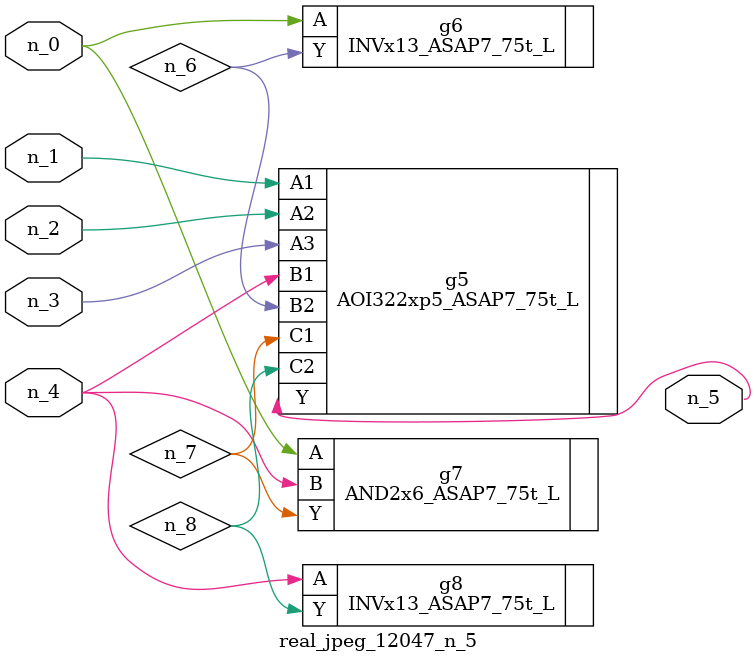
<source format=v>
module real_jpeg_12047_n_5 (n_4, n_0, n_1, n_2, n_3, n_5);

input n_4;
input n_0;
input n_1;
input n_2;
input n_3;

output n_5;

wire n_8;
wire n_6;
wire n_7;

INVx13_ASAP7_75t_L g6 ( 
.A(n_0),
.Y(n_6)
);

AND2x6_ASAP7_75t_L g7 ( 
.A(n_0),
.B(n_4),
.Y(n_7)
);

AOI322xp5_ASAP7_75t_L g5 ( 
.A1(n_1),
.A2(n_2),
.A3(n_3),
.B1(n_4),
.B2(n_6),
.C1(n_7),
.C2(n_8),
.Y(n_5)
);

INVx13_ASAP7_75t_L g8 ( 
.A(n_4),
.Y(n_8)
);


endmodule
</source>
